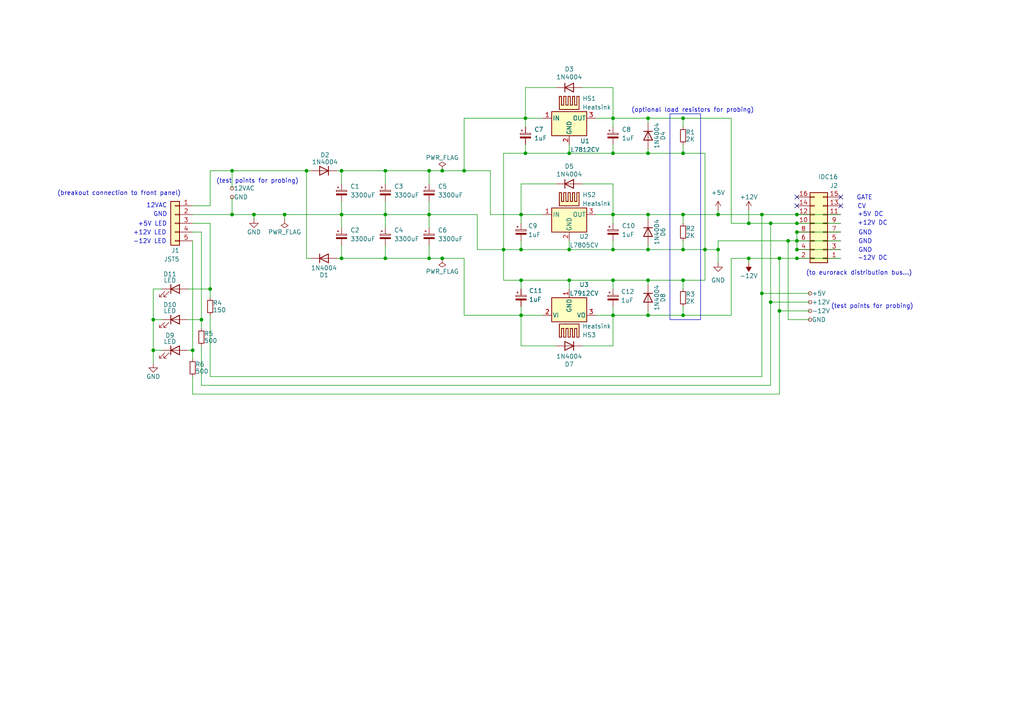
<source format=kicad_sch>
(kicad_sch (version 20231120) (generator "eeschema") (generator_version "8.0")
  (paper "A4")
  (title_block (title "MFOS Wall-Wart PSU (Eurorack)") (date "2024-07-06") (rev "2.0.0") (company "MESSIËR") (comment 3 "Based on Ray Wilson's MFOS wall-wart circuit") (comment 4 "Author: Chris Karcz"))
  (lib_symbols
    (symbol "Connector:TestPoint_Small" (pin_numbers hide) (pin_names (offset 0.762) hide)
      (property "Reference" "TP" (at 0 3.81 0))
      (property "Value" "TestPoint_Small" (at 0 2.032 0))
      (symbol "TestPoint_Small_0_1"
        (circle (center 0 0) (radius 0.508))
      )
      (symbol "TestPoint_Small_1_1"
        (pin passive line (at 0 0 90) (length 0) (name "1") (number "1"))
      )
    )
    (symbol "Connector_Generic:Conn_01x05" (pin_names (offset 1.016) hide)
      (property "Reference" "J" (at 0 7.62 0))
      (property "Value" "Conn_01x05" (at 0 -7.62 0))
      (symbol "Conn_01x05_1_1"
        (rectangle (start -1.27 -4.953) (end 0 -5.207) (stroke (width 0.1524)))
        (rectangle (start -1.27 -2.413) (end 0 -2.667) (stroke (width 0.1524)))
        (rectangle (start -1.27 0.127) (end 0 -0.127) (stroke (width 0.1524)))
        (rectangle (start -1.27 2.667) (end 0 2.413) (stroke (width 0.1524)))
        (rectangle (start -1.27 5.207) (end 0 4.953) (stroke (width 0.1524)))
        (rectangle (start -1.27 6.35) (end 1.27 -6.35) (stroke (width 0.254)) (fill (type background)))
        (pin passive line (at -5.08 5.08 0) (length 3.81) (name "Pin_1") (number "1"))
        (pin passive line (at -5.08 2.54 0) (length 3.81) (name "Pin_2") (number "2"))
        (pin passive line (at -5.08 0 0) (length 3.81) (name "Pin_3") (number "3"))
        (pin passive line (at -5.08 -2.54 0) (length 3.81) (name "Pin_4") (number "4"))
        (pin passive line (at -5.08 -5.08 0) (length 3.81) (name "Pin_5") (number "5"))
      )
    )
    (symbol "Connector_Generic:Conn_02x08_Odd_Even" (pin_names (offset 1.016) hide)
      (property "Reference" "J" (at 1.27 10.16 0))
      (property "Value" "Conn_02x08_Odd_Even" (at 1.27 -12.7 0))
      (symbol "Conn_02x08_Odd_Even_1_1"
        (rectangle (start -1.27 -10.033) (end 0 -10.287) (stroke (width 0.1524)))
        (rectangle (start -1.27 -7.493) (end 0 -7.747) (stroke (width 0.1524)))
        (rectangle (start -1.27 -4.953) (end 0 -5.207) (stroke (width 0.1524)))
        (rectangle (start -1.27 -2.413) (end 0 -2.667) (stroke (width 0.1524)))
        (rectangle (start -1.27 0.127) (end 0 -0.127) (stroke (width 0.1524)))
        (rectangle (start -1.27 2.667) (end 0 2.413) (stroke (width 0.1524)))
        (rectangle (start -1.27 5.207) (end 0 4.953) (stroke (width 0.1524)))
        (rectangle (start -1.27 7.747) (end 0 7.493) (stroke (width 0.1524)))
        (rectangle (start -1.27 8.89) (end 3.81 -11.43) (stroke (width 0.254)) (fill (type background)))
        (rectangle (start 3.81 -10.033) (end 2.54 -10.287) (stroke (width 0.1524)))
        (rectangle (start 3.81 -7.493) (end 2.54 -7.747) (stroke (width 0.1524)))
        (rectangle (start 3.81 -4.953) (end 2.54 -5.207) (stroke (width 0.1524)))
        (rectangle (start 3.81 -2.413) (end 2.54 -2.667) (stroke (width 0.1524)))
        (rectangle (start 3.81 0.127) (end 2.54 -0.127) (stroke (width 0.1524)))
        (rectangle (start 3.81 2.667) (end 2.54 2.413) (stroke (width 0.1524)))
        (rectangle (start 3.81 5.207) (end 2.54 4.953) (stroke (width 0.1524)))
        (rectangle (start 3.81 7.747) (end 2.54 7.493) (stroke (width 0.1524)))
        (pin passive line (at -5.08 7.62 0) (length 3.81) (name "Pin_1") (number "1"))
        (pin passive line (at 7.62 -2.54 180) (length 3.81) (name "Pin_10") (number "10"))
        (pin passive line (at -5.08 -5.08 0) (length 3.81) (name "Pin_11") (number "11"))
        (pin passive line (at 7.62 -5.08 180) (length 3.81) (name "Pin_12") (number "12"))
        (pin passive line (at -5.08 -7.62 0) (length 3.81) (name "Pin_13") (number "13"))
        (pin passive line (at 7.62 -7.62 180) (length 3.81) (name "Pin_14") (number "14"))
        (pin passive line (at -5.08 -10.16 0) (length 3.81) (name "Pin_15") (number "15"))
        (pin passive line (at 7.62 -10.16 180) (length 3.81) (name "Pin_16") (number "16"))
        (pin passive line (at 7.62 7.62 180) (length 3.81) (name "Pin_2") (number "2"))
        (pin passive line (at -5.08 5.08 0) (length 3.81) (name "Pin_3") (number "3"))
        (pin passive line (at 7.62 5.08 180) (length 3.81) (name "Pin_4") (number "4"))
        (pin passive line (at -5.08 2.54 0) (length 3.81) (name "Pin_5") (number "5"))
        (pin passive line (at 7.62 2.54 180) (length 3.81) (name "Pin_6") (number "6"))
        (pin passive line (at -5.08 0 0) (length 3.81) (name "Pin_7") (number "7"))
        (pin passive line (at 7.62 0 180) (length 3.81) (name "Pin_8") (number "8"))
        (pin passive line (at -5.08 -2.54 0) (length 3.81) (name "Pin_9") (number "9"))
      )
    )
    (symbol "Device:C_Polarized_Small" (pin_numbers hide) (pin_names (offset 0.254) hide)
      (property "Reference" "C" (at 0.254 1.778 0))
      (property "Value" "C_Polarized_Small" (at 0.254 -2.032 0))
      (symbol "C_Polarized_Small_0_1"
        (rectangle (start -1.524 -0.3048) (end 1.524 -0.6858) (fill (type outline)))
        (rectangle (start -1.524 0.6858) (end 1.524 0.3048))
        (polyline (pts (xy -1.27 1.524) (xy -0.762 1.524)))
        (polyline (pts (xy -1.016 1.27) (xy -1.016 1.778)))
      )
      (symbol "C_Polarized_Small_1_1"
        (pin passive line (at 0 2.54 270) (length 1.8542) (name "~") (number "1"))
        (pin passive line (at 0 -2.54 90) (length 1.8542) (name "~") (number "2"))
      )
    )
    (symbol "Device:LED" (pin_numbers hide) (pin_names (offset 1.016) hide)
      (property "Reference" "D" (at 0 2.54 0))
      (property "Value" "LED" (at 0 -2.54 0))
      (symbol "LED_0_1"
        (polyline (pts (xy -1.27 -1.27) (xy -1.27 1.27)) (stroke (width 0.254)))
        (polyline (pts (xy -1.27 0) (xy 1.27 0)))
        (polyline (pts (xy 1.27 -1.27) (xy 1.27 1.27) (xy -1.27 0) (xy 1.27 -1.27)) (stroke (width 0.254)))
        (polyline (pts (xy -3.048 -0.762) (xy -4.572 -2.286) (xy -3.81 -2.286) (xy -4.572 -2.286) (xy -4.572 -1.524)))
        (polyline (pts (xy -1.778 -0.762) (xy -3.302 -2.286) (xy -2.54 -2.286) (xy -3.302 -2.286) (xy -3.302 -1.524)))
      )
      (symbol "LED_1_1"
        (pin passive line (at -3.81 0 0) (length 2.54) (name "K") (number "1"))
        (pin passive line (at 3.81 0 180) (length 2.54) (name "A") (number "2"))
      )
    )
    (symbol "Device:R_Small" (pin_numbers hide) (pin_names (offset 0.254) hide)
      (property "Reference" "R" (at 0.762 0.508 0))
      (property "Value" "R_Small" (at 0.762 -1.016 0))
      (symbol "R_Small_0_1"
        (rectangle (start -0.762 1.778) (end 0.762 -1.778) (stroke (width 0.2032)))
      )
      (symbol "R_Small_1_1"
        (pin passive line (at 0 2.54 270) (length 0.762) (name "~") (number "1"))
        (pin passive line (at 0 -2.54 90) (length 0.762) (name "~") (number "2"))
      )
    )
    (symbol "Diode:1N4004" (pin_numbers hide) (pin_names hide)
      (property "Reference" "D" (at 0 2.54 0))
      (property "Value" "1N4004" (at 0 -2.54 0))
      (symbol "1N4004_0_1"
        (polyline (pts (xy -1.27 1.27) (xy -1.27 -1.27)) (stroke (width 0.254)))
        (polyline (pts (xy 1.27 0) (xy -1.27 0)))
        (polyline (pts (xy 1.27 1.27) (xy 1.27 -1.27) (xy -1.27 0) (xy 1.27 1.27)) (stroke (width 0.254)))
      )
      (symbol "1N4004_1_1"
        (pin passive line (at -3.81 0 0) (length 2.54) (name "K") (number "1"))
        (pin passive line (at 3.81 0 180) (length 2.54) (name "A") (number "2"))
      )
    )
    (symbol "Mechanical:Heatsink" (pin_names (offset 1.016)) (exclude_from_sim yes)
      (property "Reference" "HS" (at 0 5.08 0))
      (property "Value" "Heatsink" (at 0 -1.27 0))
      (symbol "Heatsink_0_1"
        (polyline (pts (xy -0.3302 1.27) (xy -0.9652 1.27) (xy -0.9652 3.81) (xy -1.6002 3.81) (xy -1.6002 1.27) (xy -2.2352 1.27) (xy -2.2352 3.81) (xy -2.8702 3.81) (xy -2.8702 0) (xy -0.9652 0)) (stroke (width 0.254)) (fill (type background)))
        (polyline (pts (xy -0.3302 1.27) (xy -0.3302 3.81) (xy 0.3048 3.81) (xy 0.3048 1.27) (xy 0.9398 1.27) (xy 0.9398 3.81) (xy 1.5748 3.81) (xy 1.5748 1.27) (xy 2.2098 1.27) (xy 2.2098 3.81) (xy 2.8448 3.81) (xy 2.8448 0) (xy -0.9652 0)) (stroke (width 0.254)) (fill (type background)))
      )
    )
    (symbol "Regulator_Linear:L7805" (pin_names (offset 0.254))
      (property "Reference" "U" (at -3.81 3.175 0))
      (property "Value" "L7805" (at 0 3.175 0))
      (symbol "L7805_0_1"
        (rectangle (start -5.08 1.905) (end 5.08 -5.08) (stroke (width 0.254)) (fill (type background)))
      )
      (symbol "L7805_1_1"
        (pin power_in line (at -7.62 0 0) (length 2.54) (name "IN") (number "1"))
        (pin power_in line (at 0 -7.62 90) (length 2.54) (name "GND") (number "2"))
        (pin power_out line (at 7.62 0 180) (length 2.54) (name "OUT") (number "3"))
      )
    )
    (symbol "Regulator_Linear:L7812" (pin_names (offset 0.254))
      (property "Reference" "U" (at -3.81 3.175 0))
      (property "Value" "L7812" (at 0 3.175 0))
      (symbol "L7812_0_1"
        (rectangle (start -5.08 1.905) (end 5.08 -5.08) (stroke (width 0.254)) (fill (type background)))
      )
      (symbol "L7812_1_1"
        (pin power_in line (at -7.62 0 0) (length 2.54) (name "IN") (number "1"))
        (pin power_in line (at 0 -7.62 90) (length 2.54) (name "GND") (number "2"))
        (pin power_out line (at 7.62 0 180) (length 2.54) (name "OUT") (number "3"))
      )
    )
    (symbol "Regulator_Linear:L7912" (pin_names (offset 0.254))
      (property "Reference" "U" (at -3.81 -3.175 0))
      (property "Value" "L7912" (at 0 -3.175 0))
      (symbol "L7912_0_1"
        (rectangle (start -5.08 5.08) (end 5.08 -1.905) (stroke (width 0.254)) (fill (type background)))
      )
      (symbol "L7912_1_1"
        (pin power_in line (at 0 7.62 270) (length 2.54) (name "GND") (number "1"))
        (pin power_in line (at -7.62 0 0) (length 2.54) (name "VI") (number "2"))
        (pin power_out line (at 7.62 0 180) (length 2.54) (name "VO") (number "3"))
      )
    )
    (symbol "power:+12V" (power) (pin_numbers hide) (pin_names (offset 0) hide)
      (property "Value" "+12V" (at 0 3.556 0))
      (symbol "+12V_0_1"
        (polyline (pts (xy -0.762 1.27) (xy 0 2.54)))
        (polyline (pts (xy 0 0) (xy 0 2.54)))
        (polyline (pts (xy 0 2.54) (xy 0.762 1.27)))
      )
      (symbol "+12V_1_1"
        (pin power_in line (at 0 0 90) (length 0) (name "~") (number "1"))
      )
    )
    (symbol "power:+5V" (power) (pin_numbers hide) (pin_names (offset 0) hide)
      (property "Value" "+5V" (at 0 3.556 0))
      (symbol "+5V_0_1"
        (polyline (pts (xy -0.762 1.27) (xy 0 2.54)))
        (polyline (pts (xy 0 0) (xy 0 2.54)))
        (polyline (pts (xy 0 2.54) (xy 0.762 1.27)))
      )
      (symbol "+5V_1_1"
        (pin power_in line (at 0 0 90) (length 0) (name "~") (number "1"))
      )
    )
    (symbol "power:-12V" (power) (pin_numbers hide) (pin_names (offset 0) hide)
      (property "Value" "-12V" (at 0 3.556 0))
      (symbol "-12V_0_0"
        (pin power_in line (at 0 0 90) (length 0) (name "~") (number "1"))
      )
      (symbol "-12V_0_1"
        (polyline (pts (xy 0 0) (xy 0 1.27) (xy 0.762 1.27) (xy 0 2.54) (xy -0.762 1.27) (xy 0 1.27)) (fill (type outline)))
      )
    )
    (symbol "power:GND" (power) (pin_numbers hide) (pin_names (offset 0) hide)
      (property "Value" "GND" (at 0 -3.81 0))
      (symbol "GND_0_1"
        (polyline (pts (xy 0 0) (xy 0 -1.27) (xy 1.27 -1.27) (xy 0 -2.54) (xy -1.27 -1.27) (xy 0 -1.27)))
      )
      (symbol "GND_1_1"
        (pin power_in line (at 0 0 270) (length 0) (name "~") (number "1"))
      )
    )
    (symbol "power:PWR_FLAG" (power) (pin_numbers hide) (pin_names (offset 0) hide)
      (property "Value" "PWR_FLAG" (at 0 3.81 0))
      (symbol "PWR_FLAG_0_0"
        (pin power_out line (at 0 0 90) (length 0) (name "~") (number "1"))
      )
      (symbol "PWR_FLAG_0_1"
        (polyline (pts (xy 0 0) (xy 0 1.27) (xy -1.016 1.905) (xy 0 2.54) (xy 1.016 1.905) (xy 0 1.27)))
      )
    )
  )
  (junction (at 187.96 62.23))
  (junction (at 151.13 91.44))
  (junction (at 111.76 49.53))
  (junction (at 99.06 74.93))
  (junction (at 204.47 72.39))
  (junction (at 151.13 81.28))
  (junction (at 187.96 91.44))
  (junction (at 198.12 72.39))
  (junction (at 152.4 44.45))
  (junction (at 177.8 91.44))
  (junction (at 60.96 83.82))
  (junction (at 198.12 44.45))
  (junction (at 67.31 49.53))
  (junction (at 88.9 49.53))
  (junction (at 128.27 74.93))
  (junction (at 228.6 69.85))
  (junction (at 198.12 62.23))
  (junction (at 177.8 44.45))
  (junction (at 217.17 64.77))
  (junction (at 124.46 62.23))
  (junction (at 165.1 81.28))
  (junction (at 165.1 72.39))
  (junction (at 111.76 62.23))
  (junction (at 223.52 64.77))
  (junction (at 208.28 72.39))
  (junction (at 165.1 44.45))
  (junction (at 177.8 62.23))
  (junction (at 231.14 72.39))
  (junction (at 99.06 49.53))
  (junction (at 187.96 72.39))
  (junction (at 198.12 81.28))
  (junction (at 231.14 74.93))
  (junction (at 187.96 34.29))
  (junction (at 177.8 34.29))
  (junction (at 134.62 49.53))
  (junction (at 73.66 62.23))
  (junction (at 124.46 49.53))
  (junction (at 82.55 62.23))
  (junction (at 231.14 62.23))
  (junction (at 111.76 74.93))
  (junction (at 99.06 62.23))
  (junction (at 177.8 81.28))
  (junction (at 124.46 74.93))
  (junction (at 55.88 101.6))
  (junction (at 151.13 62.23))
  (junction (at 220.98 62.23))
  (junction (at 217.17 74.93))
  (junction (at 151.13 72.39))
  (junction (at 231.14 64.77))
  (junction (at 67.31 62.23))
  (junction (at 152.4 34.29))
  (junction (at 44.45 101.6))
  (junction (at 231.14 69.85))
  (junction (at 187.96 81.28))
  (junction (at 208.28 62.23))
  (junction (at 226.06 90.17))
  (junction (at 220.98 85.09))
  (junction (at 231.14 67.31))
  (junction (at 226.06 74.93))
  (junction (at 44.45 92.71))
  (junction (at 198.12 91.44))
  (junction (at 198.12 34.29))
  (junction (at 223.52 87.63))
  (junction (at 177.8 72.39))
  (junction (at 58.42 92.71))
  (junction (at 146.05 72.39))
  (junction (at 128.27 49.53))
  (junction (at 187.96 44.45))
  (no_connect (at 231.14 57.15))
  (no_connect (at 243.84 57.15))
  (no_connect (at 243.84 59.69))
  (no_connect (at 231.14 59.69))
  (wire (pts (xy 151.13 81.28) (xy 165.1 81.28)))
  (wire (pts (xy 152.4 44.45) (xy 165.1 44.45)))
  (wire (pts (xy 187.96 81.28) (xy 187.96 82.55)))
  (wire (pts (xy 151.13 53.34) (xy 161.29 53.34)))
  (wire (pts (xy 187.96 62.23) (xy 187.96 63.5)))
  (wire (pts (xy 231.14 69.85) (xy 243.84 69.85)))
  (wire (pts (xy 44.45 101.6) (xy 44.45 105.41)))
  (wire (pts (xy 168.91 100.33) (xy 177.8 100.33)))
  (wire (pts (xy 67.31 57.15) (xy 67.31 62.23)))
  (wire (pts (xy 177.8 44.45) (xy 187.96 44.45)))
  (wire (pts (xy 198.12 72.39) (xy 204.47 72.39)))
  (wire (pts (xy 60.96 109.22) (xy 220.98 109.22)))
  (wire (pts (xy 54.61 92.71) (xy 58.42 92.71)))
  (wire (pts (xy 217.17 74.93) (xy 226.06 74.93)))
  (wire (pts (xy 220.98 85.09) (xy 220.98 109.22)))
  (wire (pts (xy 177.8 81.28) (xy 187.96 81.28)))
  (wire (pts (xy 165.1 81.28) (xy 165.1 83.82)))
  (wire (pts (xy 152.4 25.4) (xy 152.4 34.29)))
  (wire (pts (xy 152.4 25.4) (xy 161.29 25.4)))
  (wire (pts (xy 146.05 72.39) (xy 151.13 72.39)))
  (wire (pts (xy 177.8 72.39) (xy 187.96 72.39)))
  (wire (pts (xy 111.76 62.23) (xy 111.76 66.04)))
  (wire (pts (xy 134.62 34.29) (xy 152.4 34.29)))
  (wire (pts (xy 99.06 62.23) (xy 111.76 62.23)))
  (wire (pts (xy 99.06 58.42) (xy 99.06 62.23)))
  (wire (pts (xy 172.72 91.44) (xy 177.8 91.44)))
  (wire (pts (xy 151.13 91.44) (xy 151.13 100.33)))
  (wire (pts (xy 223.52 64.77) (xy 223.52 87.63)))
  (wire (pts (xy 124.46 74.93) (xy 124.46 71.12)))
  (wire (pts (xy 187.96 91.44) (xy 198.12 91.44)))
  (wire (pts (xy 111.76 49.53) (xy 124.46 49.53)))
  (wire (pts (xy 82.55 62.23) (xy 99.06 62.23)))
  (wire (pts (xy 99.06 74.93) (xy 111.76 74.93)))
  (wire (pts (xy 228.6 92.71) (xy 234.95 92.71)))
  (wire (pts (xy 58.42 100.33) (xy 58.42 111.76)))
  (wire (pts (xy 99.06 49.53) (xy 99.06 53.34)))
  (wire (pts (xy 55.88 114.3) (xy 226.06 114.3)))
  (wire (pts (xy 187.96 62.23) (xy 198.12 62.23)))
  (wire (pts (xy 187.96 71.12) (xy 187.96 72.39)))
  (wire (pts (xy 177.8 69.85) (xy 177.8 72.39)))
  (wire (pts (xy 187.96 44.45) (xy 198.12 44.45)))
  (wire (pts (xy 204.47 72.39) (xy 208.28 72.39)))
  (wire (pts (xy 152.4 41.91) (xy 152.4 44.45)))
  (wire (pts (xy 44.45 83.82) (xy 46.99 83.82)))
  (wire (pts (xy 198.12 34.29) (xy 198.12 36.83)))
  (wire (pts (xy 146.05 44.45) (xy 152.4 44.45)))
  (wire (pts (xy 134.62 34.29) (xy 134.62 49.53)))
  (wire (pts (xy 138.43 62.23) (xy 138.43 72.39)))
  (wire (pts (xy 44.45 92.71) (xy 46.99 92.71)))
  (wire (pts (xy 177.8 53.34) (xy 177.8 62.23)))
  (wire (pts (xy 88.9 74.93) (xy 90.17 74.93)))
  (wire (pts (xy 111.76 74.93) (xy 111.76 71.12)))
  (wire (pts (xy 44.45 101.6) (xy 46.99 101.6)))
  (wire (pts (xy 217.17 76.2) (xy 217.17 74.93)))
  (wire (pts (xy 111.76 74.93) (xy 124.46 74.93)))
  (wire (pts (xy 217.17 64.77) (xy 223.52 64.77)))
  (wire (pts (xy 60.96 64.77) (xy 60.96 83.82)))
  (wire (pts (xy 44.45 83.82) (xy 44.45 92.71)))
  (wire (pts (xy 212.09 74.93) (xy 212.09 91.44)))
  (wire (pts (xy 220.98 62.23) (xy 231.14 62.23)))
  (wire (pts (xy 187.96 44.45) (xy 187.96 43.18)))
  (wire (pts (xy 54.61 83.82) (xy 60.96 83.82)))
  (wire (pts (xy 55.88 62.23) (xy 67.31 62.23)))
  (wire (pts (xy 55.88 109.22) (xy 55.88 114.3)))
  (wire (pts (xy 73.66 62.23) (xy 82.55 62.23)))
  (wire (pts (xy 208.28 69.85) (xy 228.6 69.85)))
  (wire (pts (xy 231.14 67.31) (xy 231.14 69.85)))
  (wire (pts (xy 73.66 62.23) (xy 73.66 63.5)))
  (wire (pts (xy 151.13 62.23) (xy 157.48 62.23)))
  (wire (pts (xy 198.12 41.91) (xy 198.12 44.45)))
  (wire (pts (xy 99.06 74.93) (xy 99.06 71.12)))
  (wire (pts (xy 151.13 91.44) (xy 157.48 91.44)))
  (wire (pts (xy 151.13 62.23) (xy 151.13 64.77)))
  (wire (pts (xy 223.52 87.63) (xy 234.95 87.63)))
  (wire (pts (xy 111.76 62.23) (xy 124.46 62.23)))
  (wire (pts (xy 55.88 64.77) (xy 60.96 64.77)))
  (wire (pts (xy 124.46 74.93) (xy 128.27 74.93)))
  (wire (pts (xy 58.42 67.31) (xy 58.42 92.71)))
  (wire (pts (xy 198.12 69.85) (xy 198.12 72.39)))
  (wire (pts (xy 128.27 74.93) (xy 134.62 74.93)))
  (wire (pts (xy 99.06 62.23) (xy 99.06 66.04)))
  (wire (pts (xy 177.8 62.23) (xy 177.8 64.77)))
  (wire (pts (xy 128.27 49.53) (xy 134.62 49.53)))
  (wire (pts (xy 151.13 72.39) (xy 165.1 72.39)))
  (wire (pts (xy 177.8 34.29) (xy 187.96 34.29)))
  (wire (pts (xy 82.55 62.23) (xy 82.55 63.5)))
  (wire (pts (xy 217.17 60.96) (xy 217.17 64.77)))
  (wire (pts (xy 124.46 62.23) (xy 124.46 66.04)))
  (wire (pts (xy 67.31 49.53) (xy 88.9 49.53)))
  (wire (pts (xy 198.12 81.28) (xy 204.47 81.28)))
  (wire (pts (xy 142.24 49.53) (xy 142.24 62.23)))
  (wire (pts (xy 228.6 69.85) (xy 228.6 92.71)))
  (wire (pts (xy 88.9 49.53) (xy 90.17 49.53)))
  (wire (pts (xy 177.8 25.4) (xy 177.8 34.29)))
  (wire (pts (xy 151.13 100.33) (xy 161.29 100.33)))
  (wire (pts (xy 212.09 64.77) (xy 217.17 64.77)))
  (wire (pts (xy 231.14 69.85) (xy 231.14 72.39)))
  (wire (pts (xy 231.14 67.31) (xy 243.84 67.31)))
  (wire (pts (xy 198.12 62.23) (xy 198.12 64.77)))
  (wire (pts (xy 124.46 58.42) (xy 124.46 62.23)))
  (wire (pts (xy 124.46 62.23) (xy 138.43 62.23)))
  (wire (pts (xy 204.47 44.45) (xy 204.47 72.39)))
  (wire (pts (xy 134.62 74.93) (xy 134.62 91.44)))
  (wire (pts (xy 67.31 49.53) (xy 67.31 54.61)))
  (wire (pts (xy 60.96 91.44) (xy 60.96 109.22)))
  (wire (pts (xy 146.05 81.28) (xy 151.13 81.28)))
  (wire (pts (xy 198.12 81.28) (xy 198.12 83.82)))
  (wire (pts (xy 204.47 72.39) (xy 204.47 81.28)))
  (wire (pts (xy 165.1 69.85) (xy 165.1 72.39)))
  (wire (pts (xy 55.88 59.69) (xy 60.96 59.69)))
  (wire (pts (xy 177.8 81.28) (xy 177.8 83.82)))
  (wire (pts (xy 152.4 34.29) (xy 157.48 34.29)))
  (wire (pts (xy 172.72 62.23) (xy 177.8 62.23)))
  (wire (pts (xy 177.8 88.9) (xy 177.8 91.44)))
  (wire (pts (xy 228.6 69.85) (xy 231.14 69.85)))
  (wire (pts (xy 177.8 91.44) (xy 177.8 100.33)))
  (wire (pts (xy 151.13 69.85) (xy 151.13 72.39)))
  (wire (pts (xy 177.8 34.29) (xy 177.8 36.83)))
  (wire (pts (xy 124.46 49.53) (xy 128.27 49.53)))
  (wire (pts (xy 55.88 101.6) (xy 55.88 104.14)))
  (wire (pts (xy 212.09 74.93) (xy 217.17 74.93)))
  (wire (pts (xy 146.05 44.45) (xy 146.05 72.39)))
  (wire (pts (xy 165.1 72.39) (xy 177.8 72.39)))
  (wire (pts (xy 60.96 83.82) (xy 60.96 86.36)))
  (wire (pts (xy 97.79 49.53) (xy 99.06 49.53)))
  (wire (pts (xy 187.96 81.28) (xy 198.12 81.28)))
  (wire (pts (xy 187.96 90.17) (xy 187.96 91.44)))
  (wire (pts (xy 168.91 53.34) (xy 177.8 53.34)))
  (wire (pts (xy 55.88 67.31) (xy 58.42 67.31)))
  (wire (pts (xy 67.31 62.23) (xy 73.66 62.23)))
  (wire (pts (xy 187.96 35.56) (xy 187.96 34.29)))
  (wire (pts (xy 208.28 69.85) (xy 208.28 72.39)))
  (wire (pts (xy 226.06 90.17) (xy 226.06 114.3)))
  (wire (pts (xy 208.28 62.23) (xy 220.98 62.23)))
  (wire (pts (xy 58.42 92.71) (xy 58.42 95.25)))
  (wire (pts (xy 151.13 81.28) (xy 151.13 83.82)))
  (wire (pts (xy 187.96 34.29) (xy 198.12 34.29)))
  (wire (pts (xy 223.52 64.77) (xy 231.14 64.77)))
  (wire (pts (xy 198.12 44.45) (xy 204.47 44.45)))
  (wire (pts (xy 152.4 34.29) (xy 152.4 36.83)))
  (wire (pts (xy 142.24 49.53) (xy 134.62 49.53)))
  (wire (pts (xy 172.72 34.29) (xy 177.8 34.29)))
  (wire (pts (xy 208.28 76.2) (xy 208.28 72.39)))
  (wire (pts (xy 198.12 34.29) (xy 212.09 34.29)))
  (wire (pts (xy 54.61 101.6) (xy 55.88 101.6)))
  (wire (pts (xy 177.8 41.91) (xy 177.8 44.45)))
  (wire (pts (xy 231.14 72.39) (xy 243.84 72.39)))
  (wire (pts (xy 134.62 91.44) (xy 151.13 91.44)))
  (wire (pts (xy 60.96 49.53) (xy 60.96 59.69)))
  (wire (pts (xy 198.12 88.9) (xy 198.12 91.44)))
  (wire (pts (xy 198.12 62.23) (xy 208.28 62.23)))
  (wire (pts (xy 151.13 53.34) (xy 151.13 62.23)))
  (wire (pts (xy 177.8 91.44) (xy 187.96 91.44)))
  (wire (pts (xy 60.96 49.53) (xy 67.31 49.53)))
  (wire (pts (xy 226.06 90.17) (xy 234.95 90.17)))
  (wire (pts (xy 220.98 85.09) (xy 234.95 85.09)))
  (wire (pts (xy 124.46 49.53) (xy 124.46 53.34)))
  (wire (pts (xy 187.96 72.39) (xy 198.12 72.39)))
  (wire (pts (xy 231.14 62.23) (xy 243.84 62.23)))
  (wire (pts (xy 44.45 92.71) (xy 44.45 101.6)))
  (wire (pts (xy 165.1 81.28) (xy 177.8 81.28)))
  (wire (pts (xy 198.12 91.44) (xy 212.09 91.44)))
  (wire (pts (xy 220.98 62.23) (xy 220.98 85.09)))
  (wire (pts (xy 231.14 74.93) (xy 243.84 74.93)))
  (wire (pts (xy 226.06 74.93) (xy 226.06 90.17)))
  (wire (pts (xy 177.8 62.23) (xy 187.96 62.23)))
  (wire (pts (xy 55.88 69.85) (xy 55.88 101.6)))
  (wire (pts (xy 88.9 49.53) (xy 88.9 74.93)))
  (wire (pts (xy 165.1 44.45) (xy 165.1 41.91)))
  (wire (pts (xy 99.06 49.53) (xy 111.76 49.53)))
  (wire (pts (xy 111.76 49.53) (xy 111.76 53.34)))
  (wire (pts (xy 142.24 62.23) (xy 151.13 62.23)))
  (wire (pts (xy 58.42 111.76) (xy 223.52 111.76)))
  (wire (pts (xy 111.76 58.42) (xy 111.76 62.23)))
  (wire (pts (xy 168.91 25.4) (xy 177.8 25.4)))
  (wire (pts (xy 97.79 74.93) (xy 99.06 74.93)))
  (wire (pts (xy 138.43 72.39) (xy 146.05 72.39)))
  (wire (pts (xy 231.14 64.77) (xy 243.84 64.77)))
  (wire (pts (xy 223.52 87.63) (xy 223.52 111.76)))
  (wire (pts (xy 146.05 72.39) (xy 146.05 81.28)))
  (wire (pts (xy 226.06 74.93) (xy 231.14 74.93)))
  (wire (pts (xy 208.28 60.96) (xy 208.28 62.23)))
  (wire (pts (xy 151.13 88.9) (xy 151.13 91.44)))
  (wire (pts (xy 212.09 34.29) (xy 212.09 64.77)))
  (wire (pts (xy 165.1 44.45) (xy 177.8 44.45)))
  (rectangle (start 194.31 33.02) (end 203.2 92.71))
  (text "+5V DC" (at 248.666 62.23 0) (effects (font (size 1.27 1.27)) (justify left)))
  (text "(optional load resistors for probing)" (at 200.914 32.004 0) (effects (font (size 1.27 1.27))))
  (text "CV" (at 248.666 59.944 0) (effects (font (size 1.27 1.27)) (justify left)))
  (text "GND" (at 248.92 70.104 0) (effects (font (size 1.27 1.27)) (justify left)))
  (text "-12V LED" (at 43.434 70.104 0) (effects (font (size 1.27 1.27))))
  (text "GND" (at 46.482 62.23 0) (effects (font (size 1.27 1.27))))
  (text "+12V LED" (at 43.434 67.564 0) (effects (font (size 1.27 1.27))))
  (text "(test points for probing)" (at 252.984 88.9 0) (effects (font (size 1.27 1.27))))
  (text "+5V LED" (at 44.196 65.024 0) (effects (font (size 1.27 1.27))))
  (text "GND" (at 248.92 72.644 0) (effects (font (size 1.27 1.27)) (justify left)))
  (text "+12V DC" (at 248.666 64.77 0) (effects (font (size 1.27 1.27)) (justify left)))
  (text "12VAC" (at 45.466 59.69 0) (effects (font (size 1.27 1.27))))
  (text "GATE" (at 248.412 57.404 0) (effects (font (size 1.27 1.27)) (justify left)))
  (text "GND" (at 248.92 67.564 0) (effects (font (size 1.27 1.27)) (justify left)))
  (text "-12V DC" (at 248.666 74.93 0) (effects (font (size 1.27 1.27)) (justify left)))
  (text "(test points for probing)" (at 74.676 52.578 0) (effects (font (size 1.27 1.27))))
  (text "(to eurorack distribution bus...)" (at 249.174 79.248 0) (effects (font (size 1.27 1.27))))
  (text "(breakout connection to front panel)" (at 34.544 56.134 0) (effects (font (size 1.27 1.27))))
  (symbol (lib_id "Connector_Generic:Conn_01x05") (at 50.8 64.77 0) (mirror y) (unit 1)
    (property "Reference" "J1" (at 52.07 72.644 0) (effects (justify left)))
    (property "Value" "JST5" (at 52.07 75.184 0) (effects (justify left)))
    (property "Footprint" "Connector_JST:JST_EH_B5B-EH-A_1x05_P2.50mm_Vertical" (effects (hide yes)))
    (property "Description" "5 PINS JST XH-2.54 FEMALE CONNECTOR" (effects (hide yes)))
    (property "URL" "https://www.taydaelectronics.com/5-pins-jst-xh-2-54-female-connector-with-wire-cable-26awg-30-cm.html" (effects (hide yes)))
  )
  (symbol (lib_id "Device:LED") (at 50.8 92.71 0) (unit 1)
    (property "Reference" "D10" (at 49.276 88.392 0))
    (property "Value" "LED" (at 49.276 90.17 0))
    (property "Footprint" "LED_THT:LED_D3.0mm" (effects (hide yes)))
    (property "Description" "3mm LED" (effects (hide yes)))
    (property "URL" "https://www.taydaelectronics.com/led-3mm-green.html" (effects (hide yes)))
  )
  (symbol (lib_id "Connector:TestPoint_Small") (at 234.95 87.63 0) (unit 1)
    (property "Reference" "TP4" (effects (hide yes)))
    (property "Value" "+12V" (at 235.458 87.63 0) (effects (justify left)))
    (property "Footprint" "TestPoint:TestPoint_THTPad_D1.5mm_Drill0.7mm" (effects (hide yes)))
    (property "Description" "Test Point" (effects (hide yes)))
  )
  (symbol (lib_id "Diode:1N4004") (at 165.1 100.33 180) (unit 1)
    (property "Reference" "D7" (at 165.1 105.664 0))
    (property "Value" "1N4004" (at 165.1 103.378 0))
    (property "Footprint" "Diode_THT:D_DO-41_SOD81_P10.16mm_Horizontal" (effects (hide yes)))
    (property "Datasheet" "http://www.vishay.com/docs/88503/1n4001.pdf" (effects (hide yes)))
    (property "Description" "400V 1A General Purpose Rectifier Diode, DO-41" (effects (hide yes)))
    (property "Sim.Device" "D" (effects (hide yes)))
    (property "Sim.Pins" "1=K 2=A" (effects (hide yes)))
    (property "URL" "https://www.taydaelectronics.com/1n4004-diode-1a-400v.html" (effects (hide yes)))
  )
  (symbol (lib_id "Device:R_Small") (at 55.88 106.68 0) (unit 1)
    (property "Reference" "R6" (at 56.642 105.664 0) (effects (justify left)))
    (property "Value" "500" (at 56.642 107.696 0) (effects (justify left)))
    (property "Footprint" "Resistor_THT:R_Axial_DIN0207_L6.3mm_D2.5mm_P10.16mm_Horizontal" (effects (hide yes)))
    (property "Description" "Resistor, small symbol" (effects (hide yes)))
  )
  (symbol (lib_id "Diode:1N4004") (at 93.98 49.53 0) (mirror y) (unit 1)
    (property "Reference" "D2" (at 94.234 44.958 0))
    (property "Value" "1N4004" (at 94.234 46.99 0))
    (property "Footprint" "Diode_THT:D_DO-41_SOD81_P10.16mm_Horizontal" (effects (hide yes)))
    (property "Datasheet" "http://www.vishay.com/docs/88503/1n4001.pdf" (effects (hide yes)))
    (property "Description" "400V 1A General Purpose Rectifier Diode, DO-41" (effects (hide yes)))
    (property "Sim.Device" "D" (effects (hide yes)))
    (property "Sim.Pins" "1=K 2=A" (effects (hide yes)))
    (property "URL" "https://www.taydaelectronics.com/1n4004-diode-1a-400v.html" (effects (hide yes)))
  )
  (symbol (lib_id "Mechanical:Heatsink") (at 165.1 93.98 0) (mirror x) (unit 1) (exclude_from_sim yes)
    (property "Reference" "HS3" (at 168.91 97.1551 0) (effects (justify left)))
    (property "Value" "Heatsink" (at 168.91 94.6151 0) (effects (justify left)))
    (property "Footprint" "Heatsink:Heatsink_Tayda_16.50x16.50" (effects (hide yes)))
    (property "Description" "HEATSINK TO-220 4 FINS ALUMINIUM 17mmLx17mmWx26mmH" (effects (hide yes)))
    (property "URL" "https://www.taydaelectronics.com/heatsink-to-220-4-fins-aluminium.html" (effects (hide yes)))
  )
  (symbol (lib_id "Diode:1N4004") (at 165.1 53.34 0) (unit 1)
    (property "Reference" "D5" (at 165.1 48.26 0))
    (property "Value" "1N4004" (at 165.1 50.546 0))
    (property "Footprint" "Diode_THT:D_DO-41_SOD81_P10.16mm_Horizontal" (effects (hide yes)))
    (property "Datasheet" "http://www.vishay.com/docs/88503/1n4001.pdf" (effects (hide yes)))
    (property "Description" "400V 1A General Purpose Rectifier Diode, DO-41" (effects (hide yes)))
    (property "Sim.Device" "D" (effects (hide yes)))
    (property "Sim.Pins" "1=K 2=A" (effects (hide yes)))
    (property "URL" "https://www.taydaelectronics.com/1n4004-diode-1a-400v.html" (effects (hide yes)))
  )
  (symbol (lib_id "Mechanical:Heatsink") (at 165.1 59.69 0) (unit 1) (exclude_from_sim yes)
    (property "Reference" "HS2" (at 168.91 56.5149 0) (effects (justify left)))
    (property "Value" "Heatsink" (at 168.91 59.0549 0) (effects (justify left)))
    (property "Footprint" "Heatsink:Heatsink_Tayda_16.50x16.50" (effects (hide yes)))
    (property "Description" "HEATSINK TO-220 4 FINS ALUMINIUM 17mmLx17mmWx26mmH" (effects (hide yes)))
    (property "URL" "https://www.taydaelectronics.com/heatsink-to-220-4-fins-aluminium.html" (effects (hide yes)))
  )
  (symbol (lib_id "Connector:TestPoint_Small") (at 67.31 54.61 0) (unit 1)
    (property "Reference" "TP1" (effects (hide yes)))
    (property "Value" "12VAC" (at 67.818 54.61 0) (effects (justify left)))
    (property "Footprint" "TestPoint:TestPoint_THTPad_D1.5mm_Drill0.7mm" (effects (hide yes)))
    (property "Description" "Test Point" (effects (hide yes)))
  )
  (symbol (lib_id "Device:C_Polarized_Small") (at 124.46 68.58 0) (unit 1)
    (property "Reference" "C6" (at 127 66.7638 0) (effects (justify left)))
    (property "Value" "3300uF" (at 127 69.3038 0) (effects (justify left)))
    (property "Footprint" "Capacitor_THT:CP_Radial_D18.0mm_P7.50mm" (effects (hide yes)))
    (property "Description" "3300UF 50V RADIAL ELECTROLYTIC CAPACITOR 18X40MM " (effects (hide yes)))
    (property "URL" "https://www.taydaelectronics.com/3300uf-50v-105c-radial-electrolytic-capacitor.html" (effects (hide yes)))
  )
  (symbol (lib_id "Device:C_Polarized_Small") (at 177.8 67.31 0) (unit 1)
    (property "Reference" "C10" (at 180.34 65.4938 0) (effects (justify left)))
    (property "Value" "1uF" (at 180.34 68.0338 0) (effects (justify left)))
    (property "Footprint" "Capacitor_THT:CP_Radial_Tantal_D5.0mm_P2.50mm" (effects (hide yes)))
    (property "Description" "1UF 50V RADIAL ELECTROLYTIC CAPACITOR 5X11MM " (effects (hide yes)))
    (property "URL" "https://www.taydaelectronics.com/1uf-50v-105c-radial-electrolytic-capacitor-5x11mm.html" (effects (hide yes)))
  )
  (symbol (lib_id "Connector:TestPoint_Small") (at 234.95 85.09 0) (unit 1)
    (property "Reference" "TP3" (effects (hide yes)))
    (property "Value" "+5V" (at 235.458 85.09 0) (effects (justify left)))
    (property "Footprint" "TestPoint:TestPoint_THTPad_D1.5mm_Drill0.7mm" (effects (hide yes)))
    (property "Description" "Test Point" (effects (hide yes)))
  )
  (symbol (lib_id "Device:R_Small") (at 58.42 97.79 0) (unit 1)
    (property "Reference" "R5" (at 59.182 96.774 0) (effects (justify left)))
    (property "Value" "500" (at 59.182 98.806 0) (effects (justify left)))
    (property "Footprint" "Resistor_THT:R_Axial_DIN0207_L6.3mm_D2.5mm_P10.16mm_Horizontal" (effects (hide yes)))
    (property "Description" "Resistor, small symbol" (effects (hide yes)))
  )
  (symbol (lib_id "power:GND") (at 208.28 76.2 0) (unit 1)
    (property "Reference" "#PWR02" (effects (hide yes)))
    (property "Value" "GND" (at 208.28 81.28 0))
    (property "Description" "Power symbol creates a global label with name \"GND\" , ground" (effects (hide yes)))
  )
  (symbol (lib_id "Device:C_Polarized_Small") (at 151.13 67.31 0) (unit 1)
    (property "Reference" "C9" (at 153.162 65.532 0) (effects (justify left)))
    (property "Value" "1uF" (at 153.162 68.072 0) (effects (justify left)))
    (property "Footprint" "Capacitor_THT:CP_Radial_Tantal_D5.0mm_P2.50mm" (effects (hide yes)))
    (property "Description" "1UF 50V RADIAL ELECTROLYTIC CAPACITOR 5X11MM " (effects (hide yes)))
    (property "URL" "https://www.taydaelectronics.com/1uf-50v-105c-radial-electrolytic-capacitor-5x11mm.html" (effects (hide yes)))
  )
  (symbol (lib_id "power:PWR_FLAG") (at 128.27 74.93 0) (mirror x) (unit 1)
    (property "Reference" "#FLG03" (effects (hide yes)))
    (property "Value" "PWR_FLAG" (at 128.27 78.74 0))
    (property "Description" "Special symbol for telling ERC where power comes from" (effects (hide yes)))
  )
  (symbol (lib_id "Device:R_Small") (at 60.96 88.9 0) (unit 1)
    (property "Reference" "R4" (at 61.722 87.884 0) (effects (justify left)))
    (property "Value" "150" (at 61.722 89.916 0) (effects (justify left)))
    (property "Footprint" "Resistor_THT:R_Axial_DIN0207_L6.3mm_D2.5mm_P10.16mm_Horizontal" (effects (hide yes)))
    (property "Description" "Resistor, small symbol" (effects (hide yes)))
  )
  (symbol (lib_id "Device:C_Polarized_Small") (at 151.13 86.36 0) (unit 1)
    (property "Reference" "C11" (at 153.416 84.328 0) (effects (justify left)))
    (property "Value" "1uF" (at 153.416 86.868 0) (effects (justify left)))
    (property "Footprint" "Capacitor_THT:CP_Radial_Tantal_D5.0mm_P2.50mm" (effects (hide yes)))
    (property "Description" "1UF 50V RADIAL ELECTROLYTIC CAPACITOR 5X11MM " (effects (hide yes)))
    (property "URL" "https://www.taydaelectronics.com/1uf-50v-105c-radial-electrolytic-capacitor-5x11mm.html" (effects (hide yes)))
  )
  (symbol (lib_id "Device:R_Small") (at 198.12 86.36 0) (unit 1)
    (property "Reference" "R3" (at 198.882 85.344 0) (effects (justify left)))
    (property "Value" "2K" (at 198.882 87.376 0) (effects (justify left)))
    (property "Footprint" "Resistor_THT:R_Axial_DIN0207_L6.3mm_D2.5mm_P10.16mm_Horizontal" (effects (hide yes)))
    (property "Description" "2K OHM 1/2W 1% METAL FILM RESISTOR" (effects (hide yes)))
    (property "URL" "https://www.taydaelectronics.com/10-x-resistor-2k-ohm-1-2w-1-metal-film-pkg-of-10.html" (effects (hide yes)))
  )
  (symbol (lib_id "power:PWR_FLAG") (at 128.27 49.53 0) (unit 1)
    (property "Reference" "#FLG02" (effects (hide yes)))
    (property "Value" "PWR_FLAG" (at 128.27 45.72 0))
    (property "Description" "Special symbol for telling ERC where power comes from" (effects (hide yes)))
  )
  (symbol (lib_id "Diode:1N4004") (at 187.96 67.31 270) (unit 1)
    (property "Reference" "D6" (at 192.278 67.31 0))
    (property "Value" "1N4004" (at 190.5 67.31 0))
    (property "Footprint" "Diode_THT:D_DO-41_SOD81_P10.16mm_Horizontal" (effects (hide yes)))
    (property "Datasheet" "http://www.vishay.com/docs/88503/1n4001.pdf" (effects (hide yes)))
    (property "Description" "400V 1A General Purpose Rectifier Diode, DO-41" (effects (hide yes)))
    (property "Sim.Device" "D" (effects (hide yes)))
    (property "Sim.Pins" "1=K 2=A" (effects (hide yes)))
    (property "URL" "https://www.taydaelectronics.com/1n4004-diode-1a-400v.html" (effects (hide yes)))
  )
  (symbol (lib_id "Device:C_Polarized_Small") (at 99.06 68.58 0) (unit 1)
    (property "Reference" "C2" (at 101.6 66.7638 0) (effects (justify left)))
    (property "Value" "3300uF" (at 101.6 69.3038 0) (effects (justify left)))
    (property "Footprint" "Capacitor_THT:CP_Radial_D18.0mm_P7.50mm" (effects (hide yes)))
    (property "Description" "3300UF 50V RADIAL ELECTROLYTIC CAPACITOR 18X40MM " (effects (hide yes)))
    (property "URL" "https://www.taydaelectronics.com/3300uf-50v-105c-radial-electrolytic-capacitor.html" (effects (hide yes)))
  )
  (symbol (lib_id "Device:C_Polarized_Small") (at 177.8 86.36 0) (unit 1)
    (property "Reference" "C12" (at 180.086 84.582 0) (effects (justify left)))
    (property "Value" "1uF" (at 180.086 87.122 0) (effects (justify left)))
    (property "Footprint" "Capacitor_THT:CP_Radial_Tantal_D5.0mm_P2.50mm" (effects (hide yes)))
    (property "Description" "1UF 50V RADIAL ELECTROLYTIC CAPACITOR 5X11MM " (effects (hide yes)))
    (property "URL" "https://www.taydaelectronics.com/1uf-50v-105c-radial-electrolytic-capacitor-5x11mm.html" (effects (hide yes)))
  )
  (symbol (lib_id "Device:C_Polarized_Small") (at 111.76 68.58 0) (unit 1)
    (property "Reference" "C4" (at 114.3 66.7638 0) (effects (justify left)))
    (property "Value" "3300uF" (at 114.3 69.3038 0) (effects (justify left)))
    (property "Footprint" "Capacitor_THT:CP_Radial_D18.0mm_P7.50mm" (effects (hide yes)))
    (property "Description" "3300UF 50V RADIAL ELECTROLYTIC CAPACITOR 18X40MM " (effects (hide yes)))
    (property "URL" "https://www.taydaelectronics.com/3300uf-50v-105c-radial-electrolytic-capacitor.html" (effects (hide yes)))
  )
  (symbol (lib_id "Connector_Generic:Conn_02x08_Odd_Even") (at 238.76 67.31 180) (unit 1)
    (property "Reference" "J2" (at 243.078 53.848 0) (effects (justify left)))
    (property "Value" "IDC16" (at 243.078 51.308 0) (effects (justify left)))
    (property "Footprint" "Connector_IDC:IDC-Header_2x08_P2.54mm_Vertical" (effects (hide yes)))
    (property "Description" "IDC 2x8" (effects (hide yes)))
  )
  (symbol (lib_id "Device:C_Polarized_Small") (at 111.76 55.88 0) (unit 1)
    (property "Reference" "C3" (at 114.3 54.0638 0) (effects (justify left)))
    (property "Value" "3300uF" (at 114.3 56.6038 0) (effects (justify left)))
    (property "Footprint" "Capacitor_THT:CP_Radial_D18.0mm_P7.50mm" (effects (hide yes)))
    (property "Description" "3300UF 50V RADIAL ELECTROLYTIC CAPACITOR 18X40MM " (effects (hide yes)))
    (property "URL" "https://www.taydaelectronics.com/3300uf-50v-105c-radial-electrolytic-capacitor.html" (effects (hide yes)))
  )
  (symbol (lib_id "Diode:1N4004") (at 187.96 86.36 270) (unit 1)
    (property "Reference" "D8" (at 192.278 86.36 0))
    (property "Value" "1N4004" (at 190.5 86.36 0))
    (property "Footprint" "Diode_THT:D_DO-41_SOD81_P10.16mm_Horizontal" (effects (hide yes)))
    (property "Datasheet" "http://www.vishay.com/docs/88503/1n4001.pdf" (effects (hide yes)))
    (property "Description" "400V 1A General Purpose Rectifier Diode, DO-41" (effects (hide yes)))
    (property "Sim.Device" "D" (effects (hide yes)))
    (property "Sim.Pins" "1=K 2=A" (effects (hide yes)))
    (property "URL" "https://www.taydaelectronics.com/1n4004-diode-1a-400v.html" (effects (hide yes)))
  )
  (symbol (lib_id "Mechanical:Heatsink") (at 165.1 31.75 0) (unit 1) (exclude_from_sim yes)
    (property "Reference" "HS1" (at 168.91 28.5749 0) (effects (justify left)))
    (property "Value" "Heatsink" (at 168.91 31.1149 0) (effects (justify left)))
    (property "Footprint" "Heatsink:Heatsink_Tayda_16.50x16.50" (effects (hide yes)))
    (property "Description" "HEATSINK TO-220 4 FINS ALUMINIUM 17mmLx17mmWx26mmH" (effects (hide yes)))
    (property "URL" "https://www.taydaelectronics.com/heatsink-to-220-4-fins-aluminium.html" (effects (hide yes)))
  )
  (symbol (lib_id "power:GND") (at 44.45 105.41 0) (unit 1)
    (property "Reference" "#PWR06" (effects (hide yes)))
    (property "Value" "GND" (at 44.45 109.22 0))
    (property "Description" "Power symbol creates a global label with name \"GND\" , ground" (effects (hide yes)))
  )
  (symbol (lib_id "Device:C_Polarized_Small") (at 177.8 39.37 0) (unit 1)
    (property "Reference" "C8" (at 180.34 37.5538 0) (effects (justify left)))
    (property "Value" "1uF" (at 180.34 40.0938 0) (effects (justify left)))
    (property "Footprint" "Capacitor_THT:CP_Radial_Tantal_D5.0mm_P2.50mm" (effects (hide yes)))
    (property "Description" "1UF 50V RADIAL ELECTROLYTIC CAPACITOR 5X11MM " (effects (hide yes)))
    (property "URL" "https://www.taydaelectronics.com/1uf-50v-105c-radial-electrolytic-capacitor-5x11mm.html" (effects (hide yes)))
  )
  (symbol (lib_id "Device:C_Polarized_Small") (at 99.06 55.88 0) (unit 1)
    (property "Reference" "C1" (at 101.6 54.0638 0) (effects (justify left)))
    (property "Value" "3300uF" (at 101.6 56.6038 0) (effects (justify left)))
    (property "Footprint" "Capacitor_THT:CP_Radial_D18.0mm_P7.50mm" (effects (hide yes)))
    (property "Description" "3300UF 50V RADIAL ELECTROLYTIC CAPACITOR 18X40MM " (effects (hide yes)))
    (property "URL" "https://www.taydaelectronics.com/3300uf-50v-105c-radial-electrolytic-capacitor.html" (effects (hide yes)))
  )
  (symbol (lib_id "Regulator_Linear:L7912") (at 165.1 91.44 0) (unit 1)
    (property "Reference" "U3" (at 169.418 82.55 0))
    (property "Value" "L7912CV" (at 169.418 85.09 0))
    (property "Footprint" "Package_TO_SOT_THT:TO-220-3_Vertical" (effects (hide yes)))
    (property "Datasheet" "http://www.st.com/content/ccc/resource/technical/document/datasheet/c9/16/86/41/c7/2b/45/f2/CD00000450.pdf/files/CD00000450.pdf/jcr:content/translations/en.CD00000450.pdf" (effects (hide yes)))
    (property "Description" "L7912 VOLTAGE REGULATOR IC -12V 1.5A " (effects (hide yes)))
    (property "URL" "https://www.taydaelectronics.com/l7912cv-lm7912-l7912-7912-voltage-regulator-ic-12v-1-5a.html" (effects (hide yes)))
  )
  (symbol (lib_id "Diode:1N4004") (at 93.98 74.93 0) (mirror x) (unit 1)
    (property "Reference" "D1" (at 93.98 79.756 0))
    (property "Value" "1N4004" (at 93.98 77.724 0))
    (property "Footprint" "Diode_THT:D_DO-41_SOD81_P10.16mm_Horizontal" (effects (hide yes)))
    (property "Datasheet" "http://www.vishay.com/docs/88503/1n4001.pdf" (effects (hide yes)))
    (property "Description" "400V 1A General Purpose Rectifier Diode, DO-41" (effects (hide yes)))
    (property "Sim.Device" "D" (effects (hide yes)))
    (property "Sim.Pins" "1=K 2=A" (effects (hide yes)))
    (property "URL" "https://www.taydaelectronics.com/1n4004-diode-1a-400v.html" (effects (hide yes)))
  )
  (symbol (lib_id "Connector:TestPoint_Small") (at 234.95 90.17 0) (unit 1)
    (property "Reference" "TP5" (effects (hide yes)))
    (property "Value" "-12V" (at 235.458 90.17 0) (effects (justify left)))
    (property "Footprint" "TestPoint:TestPoint_THTPad_D1.5mm_Drill0.7mm" (effects (hide yes)))
    (property "Description" "Test Point" (effects (hide yes)))
  )
  (symbol (lib_id "Device:LED") (at 50.8 101.6 0) (unit 1)
    (property "Reference" "D9" (at 49.276 97.282 0))
    (property "Value" "LED" (at 49.276 99.06 0))
    (property "Footprint" "LED_THT:LED_D3.0mm" (effects (hide yes)))
    (property "Description" "3mm LED" (effects (hide yes)))
    (property "URL" "https://www.taydaelectronics.com/led-3mm-green.html" (effects (hide yes)))
  )
  (symbol (lib_id "Regulator_Linear:L7805") (at 165.1 62.23 0) (unit 1)
    (property "Reference" "U2" (at 169.418 68.58 0))
    (property "Value" "L7805CV" (at 169.418 71.12 0))
    (property "Footprint" "Package_TO_SOT_THT:TO-220-3_Vertical" (effects (hide yes)))
    (property "Datasheet" "http://www.st.com/content/ccc/resource/technical/document/datasheet/41/4f/b3/b0/12/d4/47/88/CD00000444.pdf/files/CD00000444.pdf/jcr:content/translations/en.CD00000444.pdf" (effects (hide yes)))
    (property "Description" "L7805 VOLTAGE REGULATOR IC +5V 1.5A " (effects (hide yes)))
    (property "URL" "https://www.taydaelectronics.com/lm7805-l7805-7805-voltage-regulator-ic-5v-1-5a.html" (effects (hide yes)))
  )
  (symbol (lib_id "Connector:TestPoint_Small") (at 234.95 92.71 0) (unit 1)
    (property "Reference" "TP6" (effects (hide yes)))
    (property "Value" "GND" (at 235.458 92.71 0) (effects (justify left)))
    (property "Footprint" "TestPoint:TestPoint_THTPad_D1.5mm_Drill0.7mm" (effects (hide yes)))
    (property "Description" "Test Point" (effects (hide yes)))
  )
  (symbol (lib_id "Device:R_Small") (at 198.12 67.31 0) (unit 1)
    (property "Reference" "R2" (at 198.882 66.294 0) (effects (justify left)))
    (property "Value" "2K" (at 198.882 68.326 0) (effects (justify left)))
    (property "Footprint" "Resistor_THT:R_Axial_DIN0207_L6.3mm_D2.5mm_P10.16mm_Horizontal" (effects (hide yes)))
    (property "Description" "2K OHM 1/2W 1% METAL FILM RESISTOR" (effects (hide yes)))
    (property "URL" "https://www.taydaelectronics.com/10-x-resistor-2k-ohm-1-2w-1-metal-film-pkg-of-10.html" (effects (hide yes)))
  )
  (symbol (lib_id "Device:C_Polarized_Small") (at 124.46 55.88 0) (unit 1)
    (property "Reference" "C5" (at 127 54.0638 0) (effects (justify left)))
    (property "Value" "3300uF" (at 127 56.6038 0) (effects (justify left)))
    (property "Footprint" "Capacitor_THT:CP_Radial_D18.0mm_P7.50mm" (effects (hide yes)))
    (property "Description" "3300UF 50V RADIAL ELECTROLYTIC CAPACITOR 18X40MM " (effects (hide yes)))
    (property "URL" "https://www.taydaelectronics.com/3300uf-50v-105c-radial-electrolytic-capacitor.html" (effects (hide yes)))
  )
  (symbol (lib_id "power:+12V") (at 217.17 60.96 0) (unit 1)
    (property "Reference" "#PWR04" (effects (hide yes)))
    (property "Value" "+12V" (at 217.17 57.15 0))
    (property "Description" "Power symbol creates a global label with name \"+12V\"" (effects (hide yes)))
  )
  (symbol (lib_id "Connector:TestPoint_Small") (at 67.31 57.15 0) (unit 1)
    (property "Reference" "TP2" (effects (hide yes)))
    (property "Value" "GND" (at 67.818 57.15 0) (effects (justify left)))
    (property "Footprint" "TestPoint:TestPoint_THTPad_D1.5mm_Drill0.7mm" (effects (hide yes)))
    (property "Description" "Test Point" (effects (hide yes)))
  )
  (symbol (lib_id "power:GND") (at 73.66 63.5 0) (unit 1)
    (property "Reference" "#PWR01" (effects (hide yes)))
    (property "Value" "GND" (at 73.66 67.31 0))
    (property "Description" "Power symbol creates a global label with name \"GND\" , ground" (effects (hide yes)))
  )
  (symbol (lib_id "power:-12V") (at 217.17 76.2 0) (mirror x) (unit 1)
    (property "Reference" "#PWR05" (effects (hide yes)))
    (property "Value" "-12V" (at 217.17 80.01 0))
    (property "Description" "Power symbol creates a global label with name \"-12V\"" (effects (hide yes)))
  )
  (symbol (lib_id "Diode:1N4004") (at 165.1 25.4 0) (unit 1)
    (property "Reference" "D3" (at 165.1 20.066 0))
    (property "Value" "1N4004" (at 165.1 22.352 0))
    (property "Footprint" "Diode_THT:D_DO-41_SOD81_P10.16mm_Horizontal" (effects (hide yes)))
    (property "Datasheet" "http://www.vishay.com/docs/88503/1n4001.pdf" (effects (hide yes)))
    (property "Description" "400V 1A General Purpose Rectifier Diode, DO-41" (effects (hide yes)))
    (property "Sim.Device" "D" (effects (hide yes)))
    (property "Sim.Pins" "1=K 2=A" (effects (hide yes)))
    (property "URL" "https://www.taydaelectronics.com/1n4004-diode-1a-400v.html" (effects (hide yes)))
  )
  (symbol (lib_id "power:+5V") (at 208.28 60.96 0) (unit 1)
    (property "Reference" "#PWR03" (effects (hide yes)))
    (property "Value" "+5V" (at 208.28 55.88 0))
    (property "Description" "Power symbol creates a global label with name \"+5V\"" (effects (hide yes)))
  )
  (symbol (lib_id "Regulator_Linear:L7812") (at 165.1 34.29 0) (unit 1)
    (property "Reference" "U1" (at 169.672 40.894 0))
    (property "Value" "L7812CV" (at 169.672 43.434 0))
    (property "Footprint" "Package_TO_SOT_THT:TO-220-3_Vertical" (effects (hide yes)))
    (property "Datasheet" "http://www.st.com/content/ccc/resource/technical/document/datasheet/41/4f/b3/b0/12/d4/47/88/CD00000444.pdf/files/CD00000444.pdf/jcr:content/translations/en.CD00000444.pdf" (effects (hide yes)))
    (property "Description" "L7812 VOLTAGE REGULATOR IC +12V 1.5A " (effects (hide yes)))
    (property "URL" "https://www.taydaelectronics.com/l7812cv-lm7812-l7812-voltage-regulator-ic-12v-1-5a.html" (effects (hide yes)))
  )
  (symbol (lib_id "Device:C_Polarized_Small") (at 152.4 39.37 0) (unit 1)
    (property "Reference" "C7" (at 154.94 37.5538 0) (effects (justify left)))
    (property "Value" "1uF" (at 154.94 40.0938 0) (effects (justify left)))
    (property "Footprint" "Capacitor_THT:CP_Radial_Tantal_D5.0mm_P2.50mm" (effects (hide yes)))
    (property "Description" "1UF 50V RADIAL ELECTROLYTIC CAPACITOR 5X11MM " (effects (hide yes)))
    (property "URL" "https://www.taydaelectronics.com/1uf-50v-105c-radial-electrolytic-capacitor-5x11mm.html" (effects (hide yes)))
  )
  (symbol (lib_id "power:PWR_FLAG") (at 82.55 63.5 0) (mirror x) (unit 1)
    (property "Reference" "#FLG01" (effects (hide yes)))
    (property "Value" "PWR_FLAG" (at 82.55 67.31 0))
    (property "Description" "Special symbol for telling ERC where power comes from" (effects (hide yes)))
  )
  (symbol (lib_id "Diode:1N4004") (at 187.96 39.37 270) (unit 1)
    (property "Reference" "D4" (at 192.278 39.37 0))
    (property "Value" "1N4004" (at 190.5 39.37 0))
    (property "Footprint" "Diode_THT:D_DO-41_SOD81_P10.16mm_Horizontal" (effects (hide yes)))
    (property "Datasheet" "http://www.vishay.com/docs/88503/1n4001.pdf" (effects (hide yes)))
    (property "Description" "400V 1A General Purpose Rectifier Diode, DO-41" (effects (hide yes)))
    (property "Sim.Device" "D" (effects (hide yes)))
    (property "Sim.Pins" "1=K 2=A" (effects (hide yes)))
    (property "URL" "https://www.taydaelectronics.com/1n4004-diode-1a-400v.html" (effects (hide yes)))
  )
  (symbol (lib_id "Device:LED") (at 50.8 83.82 0) (unit 1)
    (property "Reference" "D11" (at 49.276 79.502 0))
    (property "Value" "LED" (at 49.276 81.28 0))
    (property "Footprint" "LED_THT:LED_D3.0mm" (effects (hide yes)))
    (property "Description" "3mm LED" (effects (hide yes)))
    (property "URL" "https://www.taydaelectronics.com/led-3mm-green.html" (effects (hide yes)))
  )
  (symbol (lib_id "Device:R_Small") (at 198.12 39.37 0) (unit 1)
    (property "Reference" "R1" (at 198.882 38.354 0) (effects (justify left)))
    (property "Value" "2K" (at 198.882 40.386 0) (effects (justify left)))
    (property "Footprint" "Resistor_THT:R_Axial_DIN0207_L6.3mm_D2.5mm_P10.16mm_Horizontal" (effects (hide yes)))
    (property "Description" "2K OHM 1/2W 1% METAL FILM RESISTOR" (effects (hide yes)))
    (property "URL" "https://www.taydaelectronics.com/10-x-resistor-2k-ohm-1-2w-1-metal-film-pkg-of-10.html" (effects (hide yes)))
  )
)
</source>
